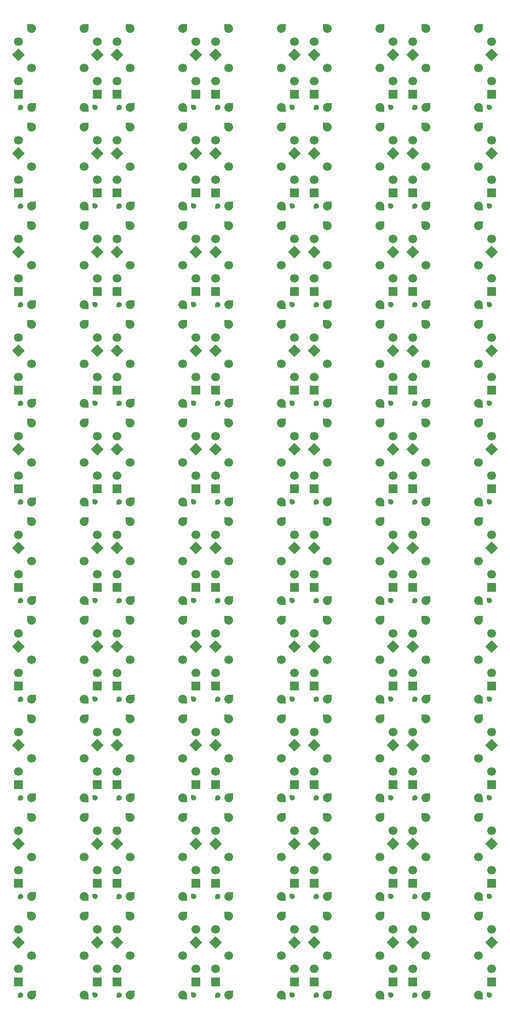
<source format=gbr>
%TF.GenerationSoftware,KiCad,Pcbnew,(7.0.0-0)*%
%TF.CreationDate,2023-06-26T09:23:28-05:00*%
%TF.ProjectId,panelized,70616e65-6c69-47a6-9564-2e6b69636164,rev?*%
%TF.SameCoordinates,Original*%
%TF.FileFunction,Soldermask,Top*%
%TF.FilePolarity,Negative*%
%FSLAX46Y46*%
G04 Gerber Fmt 4.6, Leading zero omitted, Abs format (unit mm)*
G04 Created by KiCad (PCBNEW (7.0.0-0)) date 2023-06-26 09:23:28*
%MOMM*%
%LPD*%
G01*
G04 APERTURE LIST*
G04 Aperture macros list*
%AMRotRect*
0 Rectangle, with rotation*
0 The origin of the aperture is its center*
0 $1 length*
0 $2 width*
0 $3 Rotation angle, in degrees counterclockwise*
0 Add horizontal line*
21,1,$1,$2,0,0,$3*%
%AMFreePoly0*
4,1,27,0.262664,0.808398,0.425000,0.736122,0.568761,0.631673,0.687664,0.499617,0.776514,0.345726,0.831425,0.176725,0.850000,0.000000,0.850000,-0.850000,0.000000,-0.850000,0.004656,-0.845344,-0.088849,-0.845344,-0.262664,-0.808398,-0.425000,-0.736122,-0.568761,-0.631673,-0.687664,-0.499617,-0.776514,-0.345726,-0.831425,-0.176725,-0.850000,0.000000,-0.831425,0.176725,-0.776514,0.345726,
-0.687664,0.499617,-0.568761,0.631673,-0.425000,0.736122,-0.262664,0.808398,-0.088849,0.845344,0.088849,0.845344,0.262664,0.808398,0.262664,0.808398,$1*%
%AMFreePoly1*
4,1,27,-0.004656,0.845344,0.088849,0.845344,0.262664,0.808398,0.425000,0.736122,0.568761,0.631673,0.687664,0.499617,0.776514,0.345726,0.831425,0.176725,0.850000,0.000000,0.831425,-0.176725,0.776514,-0.345726,0.687664,-0.499617,0.568761,-0.631673,0.425000,-0.736122,0.262664,-0.808398,0.088849,-0.845344,-0.088849,-0.845344,-0.262664,-0.808398,-0.425000,-0.736122,-0.568761,-0.631673,
-0.687664,-0.499617,-0.776514,-0.345726,-0.831425,-0.176725,-0.850000,0.000000,-0.850000,0.850000,0.000000,0.850000,-0.004656,0.845344,-0.004656,0.845344,$1*%
%AMFreePoly2*
4,1,21,0.500000,0.000000,0.479746,-0.140866,0.420627,-0.270320,0.327430,-0.377875,0.207708,-0.454816,0.071157,-0.494911,-0.071157,-0.494911,-0.207708,-0.454816,-0.327430,-0.377875,-0.420627,-0.270320,-0.479746,-0.140866,-0.500000,0.000000,-0.479746,0.140866,-0.420627,0.270320,-0.327430,0.377875,-0.207708,0.454816,-0.071157,0.494911,0.005089,0.494911,0.000000,0.500000,0.500000,0.500000,
0.500000,0.000000,0.500000,0.000000,$1*%
%AMFreePoly3*
4,1,21,0.207708,0.454816,0.327430,0.377875,0.420627,0.270320,0.479746,0.140866,0.500000,0.000000,0.500000,-0.500000,0.000000,-0.500000,0.005089,-0.494911,-0.071157,-0.494911,-0.207708,-0.454816,-0.327430,-0.377875,-0.420627,-0.270320,-0.479746,-0.140866,-0.500000,0.000000,-0.479746,0.140866,-0.420627,0.270320,-0.327430,0.377875,-0.207708,0.454816,-0.071157,0.494911,0.071157,0.494911,
0.207708,0.454816,0.207708,0.454816,$1*%
G04 Aperture macros list end*
%ADD10C,1.700000*%
%ADD11FreePoly0,90.000000*%
%ADD12RotRect,1.700000X1.700000X135.000000*%
%ADD13R,1.700000X1.700000*%
%ADD14FreePoly1,180.000000*%
%ADD15FreePoly0,180.000000*%
%ADD16FreePoly2,180.000000*%
%ADD17FreePoly3,180.000000*%
G04 APERTURE END LIST*
D10*
%TO.C,SW*%
X90805000Y-28575000D03*
X80645000Y-28575000D03*
%TD*%
%TO.C,SW*%
X90805000Y-85725000D03*
X80645000Y-85725000D03*
%TD*%
%TO.C,SW*%
X90805000Y-9525000D03*
X80645000Y-9525000D03*
%TD*%
%TO.C,SW*%
X14605000Y-9525000D03*
X4445000Y-9525000D03*
%TD*%
%TO.C,SW*%
X14605000Y-66675000D03*
X4445000Y-66675000D03*
%TD*%
%TO.C,SW*%
X33655000Y-47625000D03*
X23495000Y-47625000D03*
%TD*%
%TO.C,SW*%
X52705000Y-66675000D03*
X42545000Y-66675000D03*
%TD*%
%TO.C,SW*%
X71755000Y-66675000D03*
X61595000Y-66675000D03*
%TD*%
%TO.C,SW*%
X14605000Y-123825000D03*
X4445000Y-123825000D03*
%TD*%
%TO.C,SW*%
X14605000Y-104775000D03*
X4445000Y-104775000D03*
%TD*%
%TO.C,SW*%
X90805000Y-66675000D03*
X80645000Y-66675000D03*
%TD*%
%TO.C,SW*%
X90805000Y-104775000D03*
X80645000Y-104775000D03*
%TD*%
%TO.C,SW*%
X71755000Y-47625000D03*
X61595000Y-47625000D03*
%TD*%
%TO.C,SW*%
X52705000Y-47625000D03*
X42545000Y-47625000D03*
%TD*%
%TO.C,SW*%
X14605000Y-47625000D03*
X4445000Y-47625000D03*
%TD*%
%TO.C,SW*%
X52705000Y-104775000D03*
X42545000Y-104775000D03*
%TD*%
%TO.C,SW*%
X71755000Y-123825000D03*
X61595000Y-123825000D03*
%TD*%
%TO.C,SW*%
X14605000Y-85725000D03*
X4445000Y-85725000D03*
%TD*%
%TO.C,SW*%
X14605000Y-180975000D03*
X4445000Y-180975000D03*
%TD*%
%TO.C,SW*%
X52705000Y-85725000D03*
X42545000Y-85725000D03*
%TD*%
%TO.C,SW*%
X52705000Y-123825000D03*
X42545000Y-123825000D03*
%TD*%
%TO.C,SW*%
X14605000Y-142875000D03*
X4445000Y-142875000D03*
%TD*%
%TO.C,SW*%
X71755000Y-85725000D03*
X61595000Y-85725000D03*
%TD*%
%TO.C,SW*%
X71755000Y-104775000D03*
X61595000Y-104775000D03*
%TD*%
%TO.C,SW*%
X33655000Y-85725000D03*
X23495000Y-85725000D03*
%TD*%
%TO.C,SW*%
X90805000Y-142875000D03*
X80645000Y-142875000D03*
%TD*%
%TO.C,SW*%
X14605000Y-161925000D03*
X4445000Y-161925000D03*
%TD*%
%TO.C,SW*%
X52705000Y-142875000D03*
X42545000Y-142875000D03*
%TD*%
%TO.C,SW*%
X90805000Y-180975000D03*
X80645000Y-180975000D03*
%TD*%
%TO.C,SW*%
X71755000Y-142875000D03*
X61595000Y-142875000D03*
%TD*%
%TO.C,SW*%
X90805000Y-123825000D03*
X80645000Y-123825000D03*
%TD*%
%TO.C,SW*%
X33655000Y-104775000D03*
X23495000Y-104775000D03*
%TD*%
%TO.C,SW*%
X33655000Y-123825000D03*
X23495000Y-123825000D03*
%TD*%
%TO.C,SW*%
X33655000Y-142875000D03*
X23495000Y-142875000D03*
%TD*%
%TO.C,SW*%
X33655000Y-180975000D03*
X23495000Y-180975000D03*
%TD*%
%TO.C,SW*%
X52705000Y-161925000D03*
X42545000Y-161925000D03*
%TD*%
%TO.C,SW*%
X52705000Y-180975000D03*
X42545000Y-180975000D03*
%TD*%
%TO.C,SW*%
X33655000Y-161925000D03*
X23495000Y-161925000D03*
%TD*%
%TO.C,SW*%
X71755000Y-180975000D03*
X61595000Y-180975000D03*
%TD*%
%TO.C,SW*%
X71755000Y-161925000D03*
X61595000Y-161925000D03*
%TD*%
%TO.C,SW*%
X52705000Y-9525000D03*
X42545000Y-9525000D03*
%TD*%
%TO.C,SW*%
X33655000Y-28575000D03*
X23495000Y-28575000D03*
%TD*%
%TO.C,SW*%
X14605000Y-28575000D03*
X4445000Y-28575000D03*
%TD*%
%TO.C,SW*%
X33655000Y-9525000D03*
X23495000Y-9525000D03*
%TD*%
%TO.C,SW*%
X33655000Y-66675000D03*
X23495000Y-66675000D03*
%TD*%
%TO.C,SW*%
X90805000Y-161925000D03*
X80645000Y-161925000D03*
%TD*%
%TO.C,SW*%
X52705000Y-28575000D03*
X42545000Y-28575000D03*
%TD*%
%TO.C,SW*%
X90805000Y-47625000D03*
X80645000Y-47625000D03*
%TD*%
%TO.C,SW*%
X71755000Y-28575000D03*
X61595000Y-28575000D03*
%TD*%
%TO.C,SW*%
X71755000Y-9525000D03*
X61595000Y-9525000D03*
%TD*%
D11*
%TO.C,J9*%
X52705000Y-20955000D03*
%TD*%
%TO.C,J9*%
X71755000Y-20955000D03*
%TD*%
%TO.C,J9*%
X71755000Y-1905000D03*
%TD*%
%TO.C,J9*%
X14605000Y-1905000D03*
%TD*%
%TO.C,J9*%
X90805000Y-1905000D03*
%TD*%
%TO.C,J9*%
X52705000Y-1905000D03*
%TD*%
%TO.C,J9*%
X90805000Y-78105000D03*
%TD*%
%TO.C,J9*%
X33655000Y-59055000D03*
%TD*%
%TO.C,J9*%
X33655000Y-20955000D03*
%TD*%
%TO.C,J9*%
X14605000Y-59055000D03*
%TD*%
%TO.C,J9*%
X14605000Y-20955000D03*
%TD*%
%TO.C,J9*%
X90805000Y-20955000D03*
%TD*%
%TO.C,J9*%
X90805000Y-59055000D03*
%TD*%
%TO.C,J9*%
X33655000Y-1905000D03*
%TD*%
%TO.C,J9*%
X52705000Y-59055000D03*
%TD*%
%TO.C,J9*%
X90805000Y-97155000D03*
%TD*%
%TO.C,J9*%
X33655000Y-97155000D03*
%TD*%
%TO.C,J9*%
X71755000Y-135255000D03*
%TD*%
%TO.C,J9*%
X14605000Y-97155000D03*
%TD*%
%TO.C,J9*%
X33655000Y-40005000D03*
%TD*%
%TO.C,J9*%
X52705000Y-40005000D03*
%TD*%
%TO.C,J9*%
X52705000Y-116205000D03*
%TD*%
%TO.C,J9*%
X71755000Y-59055000D03*
%TD*%
%TO.C,J9*%
X52705000Y-97155000D03*
%TD*%
%TO.C,J9*%
X71755000Y-173355000D03*
%TD*%
%TO.C,J9*%
X90805000Y-154305000D03*
%TD*%
%TO.C,J9*%
X14605000Y-116205000D03*
%TD*%
%TO.C,J9*%
X14605000Y-135255000D03*
%TD*%
%TO.C,J9*%
X71755000Y-97155000D03*
%TD*%
%TO.C,J9*%
X52705000Y-78105000D03*
%TD*%
%TO.C,J9*%
X71755000Y-40005000D03*
%TD*%
%TO.C,J9*%
X90805000Y-40005000D03*
%TD*%
%TO.C,J9*%
X71755000Y-78105000D03*
%TD*%
%TO.C,J9*%
X33655000Y-78105000D03*
%TD*%
%TO.C,J9*%
X71755000Y-116205000D03*
%TD*%
%TO.C,J9*%
X14605000Y-78105000D03*
%TD*%
%TO.C,J9*%
X14605000Y-40005000D03*
%TD*%
%TO.C,J9*%
X33655000Y-154305000D03*
%TD*%
%TO.C,J9*%
X71755000Y-154305000D03*
%TD*%
%TO.C,J9*%
X33655000Y-116205000D03*
%TD*%
%TO.C,J9*%
X90805000Y-135255000D03*
%TD*%
%TO.C,J9*%
X14605000Y-173355000D03*
%TD*%
%TO.C,J9*%
X52705000Y-154305000D03*
%TD*%
%TO.C,J9*%
X14605000Y-154305000D03*
%TD*%
%TO.C,J9*%
X52705000Y-173355000D03*
%TD*%
%TO.C,J9*%
X90805000Y-116205000D03*
%TD*%
%TO.C,J9*%
X52705000Y-135255000D03*
%TD*%
%TO.C,J9*%
X33655000Y-135255000D03*
%TD*%
%TO.C,J9*%
X33655000Y-173355000D03*
%TD*%
%TO.C,J9*%
X90805000Y-173355000D03*
%TD*%
D12*
%TO.C,J6*%
X74294999Y-102234999D03*
%TD*%
%TO.C,J6*%
X74294999Y-178434999D03*
%TD*%
%TO.C,J6*%
X17144999Y-178434999D03*
%TD*%
%TO.C,J6*%
X93344999Y-140334999D03*
%TD*%
%TO.C,J6*%
X74294999Y-159384999D03*
%TD*%
%TO.C,J6*%
X55244999Y-178434999D03*
%TD*%
%TO.C,J6*%
X36194999Y-140334999D03*
%TD*%
%TO.C,J6*%
X55244999Y-140334999D03*
%TD*%
%TO.C,J6*%
X93344999Y-102234999D03*
%TD*%
%TO.C,J6*%
X17144999Y-121284999D03*
%TD*%
%TO.C,J6*%
X74294999Y-140334999D03*
%TD*%
%TO.C,J6*%
X74294999Y-83184999D03*
%TD*%
%TO.C,J6*%
X36194999Y-102234999D03*
%TD*%
%TO.C,J6*%
X17144999Y-159384999D03*
%TD*%
%TO.C,J6*%
X93344999Y-178434999D03*
%TD*%
%TO.C,J6*%
X17144999Y-102234999D03*
%TD*%
%TO.C,J6*%
X36194999Y-178434999D03*
%TD*%
%TO.C,J6*%
X17144999Y-140334999D03*
%TD*%
%TO.C,J6*%
X55244999Y-159384999D03*
%TD*%
%TO.C,J6*%
X36194999Y-121284999D03*
%TD*%
%TO.C,J6*%
X36194999Y-64134999D03*
%TD*%
%TO.C,J6*%
X93344999Y-121284999D03*
%TD*%
%TO.C,J6*%
X55244999Y-121284999D03*
%TD*%
%TO.C,J6*%
X55244999Y-6984999D03*
%TD*%
%TO.C,J6*%
X93344999Y-26034999D03*
%TD*%
%TO.C,J6*%
X74294999Y-6984999D03*
%TD*%
%TO.C,J6*%
X93344999Y-6984999D03*
%TD*%
%TO.C,J6*%
X55244999Y-102234999D03*
%TD*%
%TO.C,J6*%
X36194999Y-159384999D03*
%TD*%
%TO.C,J6*%
X17144999Y-64134999D03*
%TD*%
%TO.C,J6*%
X36194999Y-83184999D03*
%TD*%
%TO.C,J6*%
X93344999Y-83184999D03*
%TD*%
%TO.C,J6*%
X36194999Y-26034999D03*
%TD*%
%TO.C,J6*%
X74294999Y-45084999D03*
%TD*%
%TO.C,J6*%
X55244999Y-83184999D03*
%TD*%
%TO.C,J6*%
X17144999Y-83184999D03*
%TD*%
%TO.C,J6*%
X74294999Y-121284999D03*
%TD*%
%TO.C,J6*%
X93344999Y-45084999D03*
%TD*%
%TO.C,J6*%
X93344999Y-64134999D03*
%TD*%
%TO.C,J6*%
X55244999Y-64134999D03*
%TD*%
%TO.C,J6*%
X74294999Y-26034999D03*
%TD*%
%TO.C,J6*%
X36194999Y-45084999D03*
%TD*%
%TO.C,J6*%
X55244999Y-45084999D03*
%TD*%
%TO.C,J6*%
X74294999Y-64134999D03*
%TD*%
%TO.C,J6*%
X17144999Y-45084999D03*
%TD*%
%TO.C,J6*%
X36194999Y-6984999D03*
%TD*%
%TO.C,J6*%
X93344999Y-159384999D03*
%TD*%
%TO.C,J6*%
X17144999Y-26034999D03*
%TD*%
%TO.C,J6*%
X55244999Y-26034999D03*
%TD*%
%TO.C,J6*%
X17144999Y-6984999D03*
%TD*%
D13*
%TO.C,J2*%
X40004999Y-33654999D03*
%TD*%
%TO.C,J2*%
X78104999Y-14604999D03*
%TD*%
%TO.C,J2*%
X20954999Y-71754999D03*
%TD*%
%TO.C,J2*%
X1904999Y-33654999D03*
%TD*%
%TO.C,J2*%
X40004999Y-14604999D03*
%TD*%
%TO.C,J2*%
X78104999Y-33654999D03*
%TD*%
%TO.C,J2*%
X59054999Y-14604999D03*
%TD*%
%TO.C,J2*%
X1904999Y-71754999D03*
%TD*%
%TO.C,J2*%
X78104999Y-90804999D03*
%TD*%
%TO.C,J2*%
X20954999Y-33654999D03*
%TD*%
%TO.C,J2*%
X20954999Y-52704999D03*
%TD*%
%TO.C,J2*%
X59054999Y-71754999D03*
%TD*%
%TO.C,J2*%
X78104999Y-52704999D03*
%TD*%
%TO.C,J2*%
X40004999Y-52704999D03*
%TD*%
%TO.C,J2*%
X78104999Y-71754999D03*
%TD*%
%TO.C,J2*%
X40004999Y-71754999D03*
%TD*%
%TO.C,J2*%
X59054999Y-52704999D03*
%TD*%
%TO.C,J2*%
X59054999Y-33654999D03*
%TD*%
%TO.C,J2*%
X78104999Y-167004999D03*
%TD*%
%TO.C,J2*%
X1904999Y-52704999D03*
%TD*%
%TO.C,J2*%
X1904999Y-14604999D03*
%TD*%
%TO.C,J2*%
X20954999Y-14604999D03*
%TD*%
%TO.C,J2*%
X78104999Y-109854999D03*
%TD*%
%TO.C,J2*%
X59054999Y-147954999D03*
%TD*%
%TO.C,J2*%
X40004999Y-147954999D03*
%TD*%
%TO.C,J2*%
X40004999Y-90804999D03*
%TD*%
%TO.C,J2*%
X20954999Y-128904999D03*
%TD*%
%TO.C,J2*%
X59054999Y-167004999D03*
%TD*%
%TO.C,J2*%
X1904999Y-128904999D03*
%TD*%
%TO.C,J2*%
X59054999Y-109854999D03*
%TD*%
%TO.C,J2*%
X40004999Y-186054999D03*
%TD*%
%TO.C,J2*%
X78104999Y-186054999D03*
%TD*%
%TO.C,J2*%
X20954999Y-109854999D03*
%TD*%
%TO.C,J2*%
X78104999Y-128904999D03*
%TD*%
%TO.C,J2*%
X59054999Y-128904999D03*
%TD*%
%TO.C,J2*%
X1904999Y-167004999D03*
%TD*%
%TO.C,J2*%
X1904999Y-109854999D03*
%TD*%
%TO.C,J2*%
X1904999Y-147954999D03*
%TD*%
%TO.C,J2*%
X40004999Y-128904999D03*
%TD*%
%TO.C,J2*%
X1904999Y-186054999D03*
%TD*%
%TO.C,J2*%
X59054999Y-90804999D03*
%TD*%
%TO.C,J2*%
X20954999Y-90804999D03*
%TD*%
%TO.C,J2*%
X20954999Y-147954999D03*
%TD*%
%TO.C,J2*%
X40004999Y-109854999D03*
%TD*%
%TO.C,J2*%
X78104999Y-147954999D03*
%TD*%
%TO.C,J2*%
X1904999Y-90804999D03*
%TD*%
%TO.C,J2*%
X20954999Y-167004999D03*
%TD*%
%TO.C,J2*%
X59054999Y-186054999D03*
%TD*%
%TO.C,J2*%
X40004999Y-167004999D03*
%TD*%
%TO.C,J2*%
X20954999Y-186054999D03*
%TD*%
D10*
%TO.C,J8*%
X40005000Y-69215000D03*
%TD*%
%TO.C,J8*%
X59055000Y-88265000D03*
%TD*%
%TO.C,J8*%
X78105000Y-88265000D03*
%TD*%
%TO.C,J8*%
X20955000Y-126365000D03*
%TD*%
%TO.C,J8*%
X59055000Y-126365000D03*
%TD*%
%TO.C,J8*%
X20955000Y-145415000D03*
%TD*%
%TO.C,J8*%
X1905000Y-126365000D03*
%TD*%
%TO.C,J8*%
X78105000Y-50165000D03*
%TD*%
%TO.C,J8*%
X40005000Y-107315000D03*
%TD*%
%TO.C,J8*%
X20955000Y-50165000D03*
%TD*%
%TO.C,J8*%
X40005000Y-126365000D03*
%TD*%
%TO.C,J8*%
X78105000Y-145415000D03*
%TD*%
%TO.C,J8*%
X1905000Y-88265000D03*
%TD*%
%TO.C,J8*%
X1905000Y-145415000D03*
%TD*%
%TO.C,J8*%
X20955000Y-88265000D03*
%TD*%
%TO.C,J8*%
X59055000Y-107315000D03*
%TD*%
%TO.C,J8*%
X1905000Y-50165000D03*
%TD*%
%TO.C,J8*%
X1905000Y-183515000D03*
%TD*%
%TO.C,J8*%
X59055000Y-50165000D03*
%TD*%
%TO.C,J8*%
X20955000Y-12065000D03*
%TD*%
%TO.C,J8*%
X78105000Y-69215000D03*
%TD*%
%TO.C,J8*%
X40005000Y-50165000D03*
%TD*%
%TO.C,J8*%
X40005000Y-183515000D03*
%TD*%
%TO.C,J8*%
X59055000Y-69215000D03*
%TD*%
%TO.C,J8*%
X20955000Y-31115000D03*
%TD*%
%TO.C,J8*%
X1905000Y-107315000D03*
%TD*%
%TO.C,J8*%
X1905000Y-12065000D03*
%TD*%
%TO.C,J8*%
X78105000Y-107315000D03*
%TD*%
%TO.C,J8*%
X40005000Y-88265000D03*
%TD*%
%TO.C,J8*%
X20955000Y-107315000D03*
%TD*%
%TO.C,J8*%
X59055000Y-145415000D03*
%TD*%
%TO.C,J8*%
X78105000Y-126365000D03*
%TD*%
%TO.C,J8*%
X40005000Y-145415000D03*
%TD*%
%TO.C,J8*%
X1905000Y-164465000D03*
%TD*%
%TO.C,J8*%
X20955000Y-164465000D03*
%TD*%
%TO.C,J8*%
X78105000Y-183515000D03*
%TD*%
%TO.C,J8*%
X40005000Y-164465000D03*
%TD*%
%TO.C,J8*%
X59055000Y-183515000D03*
%TD*%
%TO.C,J8*%
X20955000Y-183515000D03*
%TD*%
%TO.C,J8*%
X20955000Y-69215000D03*
%TD*%
%TO.C,J8*%
X59055000Y-164465000D03*
%TD*%
%TO.C,J8*%
X78105000Y-164465000D03*
%TD*%
%TO.C,J8*%
X1905000Y-69215000D03*
%TD*%
%TO.C,J8*%
X78105000Y-31115000D03*
%TD*%
%TO.C,J8*%
X40005000Y-12065000D03*
%TD*%
%TO.C,J8*%
X40005000Y-31115000D03*
%TD*%
%TO.C,J8*%
X59055000Y-31115000D03*
%TD*%
%TO.C,J8*%
X1905000Y-31115000D03*
%TD*%
%TO.C,J8*%
X59055000Y-12065000D03*
%TD*%
%TO.C,J8*%
X78105000Y-12065000D03*
%TD*%
D14*
%TO.C,J12*%
X14605000Y-93345000D03*
%TD*%
%TO.C,J12*%
X52705000Y-36195000D03*
%TD*%
%TO.C,J12*%
X90805000Y-93345000D03*
%TD*%
%TO.C,J12*%
X90805000Y-36195000D03*
%TD*%
%TO.C,J12*%
X52705000Y-55245000D03*
%TD*%
%TO.C,J12*%
X33655000Y-17145000D03*
%TD*%
%TO.C,J12*%
X14605000Y-74295000D03*
%TD*%
%TO.C,J12*%
X52705000Y-17145000D03*
%TD*%
%TO.C,J12*%
X71755000Y-17145000D03*
%TD*%
%TO.C,J12*%
X90805000Y-55245000D03*
%TD*%
%TO.C,J12*%
X90805000Y-131445000D03*
%TD*%
%TO.C,J12*%
X71755000Y-36195000D03*
%TD*%
%TO.C,J12*%
X33655000Y-74295000D03*
%TD*%
%TO.C,J12*%
X14605000Y-55245000D03*
%TD*%
%TO.C,J12*%
X90805000Y-74295000D03*
%TD*%
%TO.C,J12*%
X14605000Y-36195000D03*
%TD*%
%TO.C,J12*%
X14605000Y-17145000D03*
%TD*%
%TO.C,J12*%
X71755000Y-55245000D03*
%TD*%
%TO.C,J12*%
X71755000Y-74295000D03*
%TD*%
%TO.C,J12*%
X52705000Y-112395000D03*
%TD*%
%TO.C,J12*%
X33655000Y-112395000D03*
%TD*%
%TO.C,J12*%
X90805000Y-17145000D03*
%TD*%
%TO.C,J12*%
X33655000Y-36195000D03*
%TD*%
%TO.C,J12*%
X71755000Y-131445000D03*
%TD*%
%TO.C,J12*%
X33655000Y-55245000D03*
%TD*%
%TO.C,J12*%
X52705000Y-93345000D03*
%TD*%
%TO.C,J12*%
X90805000Y-169545000D03*
%TD*%
%TO.C,J12*%
X14605000Y-150495000D03*
%TD*%
%TO.C,J12*%
X52705000Y-74295000D03*
%TD*%
%TO.C,J12*%
X33655000Y-93345000D03*
%TD*%
%TO.C,J12*%
X71755000Y-150495000D03*
%TD*%
%TO.C,J12*%
X52705000Y-169545000D03*
%TD*%
%TO.C,J12*%
X33655000Y-131445000D03*
%TD*%
%TO.C,J12*%
X52705000Y-188595000D03*
%TD*%
%TO.C,J12*%
X14605000Y-169545000D03*
%TD*%
%TO.C,J12*%
X90805000Y-150495000D03*
%TD*%
%TO.C,J12*%
X33655000Y-169545000D03*
%TD*%
%TO.C,J12*%
X33655000Y-188595000D03*
%TD*%
%TO.C,J12*%
X90805000Y-112395000D03*
%TD*%
%TO.C,J12*%
X52705000Y-131445000D03*
%TD*%
%TO.C,J12*%
X14605000Y-131445000D03*
%TD*%
%TO.C,J12*%
X52705000Y-150495000D03*
%TD*%
%TO.C,J12*%
X33655000Y-150495000D03*
%TD*%
%TO.C,J12*%
X71755000Y-112395000D03*
%TD*%
%TO.C,J12*%
X90805000Y-188595000D03*
%TD*%
%TO.C,J12*%
X71755000Y-169545000D03*
%TD*%
%TO.C,J12*%
X71755000Y-188595000D03*
%TD*%
%TO.C,J12*%
X71755000Y-93345000D03*
%TD*%
%TO.C,J12*%
X14605000Y-188595000D03*
%TD*%
%TO.C,J12*%
X14605000Y-112395000D03*
%TD*%
D10*
%TO.C,J3*%
X78105000Y-156845000D03*
%TD*%
%TO.C,J3*%
X40005000Y-23495000D03*
%TD*%
%TO.C,J3*%
X78105000Y-4445000D03*
%TD*%
%TO.C,J3*%
X59055000Y-80645000D03*
%TD*%
%TO.C,J3*%
X1905000Y-61595000D03*
%TD*%
%TO.C,J3*%
X40005000Y-4445000D03*
%TD*%
%TO.C,J3*%
X1905000Y-23495000D03*
%TD*%
%TO.C,J3*%
X20955000Y-61595000D03*
%TD*%
%TO.C,J3*%
X78105000Y-23495000D03*
%TD*%
%TO.C,J3*%
X59055000Y-4445000D03*
%TD*%
%TO.C,J3*%
X1905000Y-4445000D03*
%TD*%
%TO.C,J3*%
X59055000Y-99695000D03*
%TD*%
%TO.C,J3*%
X40005000Y-42545000D03*
%TD*%
%TO.C,J3*%
X78105000Y-61595000D03*
%TD*%
%TO.C,J3*%
X59055000Y-61595000D03*
%TD*%
%TO.C,J3*%
X20955000Y-99695000D03*
%TD*%
%TO.C,J3*%
X20955000Y-4445000D03*
%TD*%
%TO.C,J3*%
X59055000Y-118745000D03*
%TD*%
%TO.C,J3*%
X40005000Y-80645000D03*
%TD*%
%TO.C,J3*%
X59055000Y-23495000D03*
%TD*%
%TO.C,J3*%
X20955000Y-42545000D03*
%TD*%
%TO.C,J3*%
X40005000Y-99695000D03*
%TD*%
%TO.C,J3*%
X59055000Y-137795000D03*
%TD*%
%TO.C,J3*%
X78105000Y-99695000D03*
%TD*%
%TO.C,J3*%
X78105000Y-80645000D03*
%TD*%
%TO.C,J3*%
X20955000Y-80645000D03*
%TD*%
%TO.C,J3*%
X40005000Y-61595000D03*
%TD*%
%TO.C,J3*%
X59055000Y-42545000D03*
%TD*%
%TO.C,J3*%
X1905000Y-42545000D03*
%TD*%
%TO.C,J3*%
X1905000Y-80645000D03*
%TD*%
%TO.C,J3*%
X20955000Y-23495000D03*
%TD*%
%TO.C,J3*%
X20955000Y-118745000D03*
%TD*%
%TO.C,J3*%
X78105000Y-42545000D03*
%TD*%
%TO.C,J3*%
X40005000Y-118745000D03*
%TD*%
%TO.C,J3*%
X1905000Y-137795000D03*
%TD*%
%TO.C,J3*%
X20955000Y-137795000D03*
%TD*%
%TO.C,J3*%
X78105000Y-118745000D03*
%TD*%
%TO.C,J3*%
X1905000Y-118745000D03*
%TD*%
%TO.C,J3*%
X1905000Y-175895000D03*
%TD*%
%TO.C,J3*%
X20955000Y-156845000D03*
%TD*%
%TO.C,J3*%
X40005000Y-175895000D03*
%TD*%
%TO.C,J3*%
X59055000Y-175895000D03*
%TD*%
%TO.C,J3*%
X20955000Y-175895000D03*
%TD*%
%TO.C,J3*%
X78105000Y-137795000D03*
%TD*%
%TO.C,J3*%
X1905000Y-99695000D03*
%TD*%
%TO.C,J3*%
X40005000Y-156845000D03*
%TD*%
%TO.C,J3*%
X78105000Y-175895000D03*
%TD*%
%TO.C,J3*%
X59055000Y-156845000D03*
%TD*%
%TO.C,J3*%
X1905000Y-156845000D03*
%TD*%
%TO.C,J3*%
X40005000Y-137795000D03*
%TD*%
D12*
%TO.C,J5*%
X20954999Y-6984999D03*
%TD*%
%TO.C,J5*%
X78104999Y-83184999D03*
%TD*%
%TO.C,J5*%
X1904999Y-26034999D03*
%TD*%
%TO.C,J5*%
X78104999Y-159384999D03*
%TD*%
%TO.C,J5*%
X59054999Y-64134999D03*
%TD*%
%TO.C,J5*%
X59054999Y-26034999D03*
%TD*%
%TO.C,J5*%
X40004999Y-26034999D03*
%TD*%
%TO.C,J5*%
X1904999Y-64134999D03*
%TD*%
%TO.C,J5*%
X1904999Y-45084999D03*
%TD*%
%TO.C,J5*%
X59054999Y-6984999D03*
%TD*%
%TO.C,J5*%
X78104999Y-26034999D03*
%TD*%
%TO.C,J5*%
X20954999Y-45084999D03*
%TD*%
%TO.C,J5*%
X78104999Y-6984999D03*
%TD*%
%TO.C,J5*%
X20954999Y-64134999D03*
%TD*%
%TO.C,J5*%
X1904999Y-6984999D03*
%TD*%
%TO.C,J5*%
X40004999Y-6984999D03*
%TD*%
%TO.C,J5*%
X20954999Y-26034999D03*
%TD*%
%TO.C,J5*%
X59054999Y-45084999D03*
%TD*%
%TO.C,J5*%
X40004999Y-45084999D03*
%TD*%
%TO.C,J5*%
X20954999Y-102234999D03*
%TD*%
%TO.C,J5*%
X1904999Y-121284999D03*
%TD*%
%TO.C,J5*%
X40004999Y-159384999D03*
%TD*%
%TO.C,J5*%
X78104999Y-121284999D03*
%TD*%
%TO.C,J5*%
X78104999Y-140334999D03*
%TD*%
%TO.C,J5*%
X20954999Y-140334999D03*
%TD*%
%TO.C,J5*%
X59054999Y-159384999D03*
%TD*%
%TO.C,J5*%
X40004999Y-140334999D03*
%TD*%
%TO.C,J5*%
X20954999Y-83184999D03*
%TD*%
%TO.C,J5*%
X20954999Y-178434999D03*
%TD*%
%TO.C,J5*%
X78104999Y-64134999D03*
%TD*%
%TO.C,J5*%
X78104999Y-102234999D03*
%TD*%
%TO.C,J5*%
X59054999Y-102234999D03*
%TD*%
%TO.C,J5*%
X78104999Y-45084999D03*
%TD*%
%TO.C,J5*%
X40004999Y-64134999D03*
%TD*%
%TO.C,J5*%
X59054999Y-83184999D03*
%TD*%
%TO.C,J5*%
X59054999Y-140334999D03*
%TD*%
%TO.C,J5*%
X59054999Y-121284999D03*
%TD*%
%TO.C,J5*%
X40004999Y-102234999D03*
%TD*%
%TO.C,J5*%
X1904999Y-83184999D03*
%TD*%
%TO.C,J5*%
X1904999Y-102234999D03*
%TD*%
%TO.C,J5*%
X40004999Y-83184999D03*
%TD*%
%TO.C,J5*%
X1904999Y-140334999D03*
%TD*%
%TO.C,J5*%
X20954999Y-121284999D03*
%TD*%
%TO.C,J5*%
X40004999Y-178434999D03*
%TD*%
%TO.C,J5*%
X1904999Y-178434999D03*
%TD*%
%TO.C,J5*%
X20954999Y-159384999D03*
%TD*%
%TO.C,J5*%
X78104999Y-178434999D03*
%TD*%
%TO.C,J5*%
X1904999Y-159384999D03*
%TD*%
%TO.C,J5*%
X59054999Y-178434999D03*
%TD*%
%TO.C,J5*%
X40004999Y-121284999D03*
%TD*%
D13*
%TO.C,J1*%
X55244999Y-14604999D03*
%TD*%
%TO.C,J1*%
X74294999Y-71754999D03*
%TD*%
%TO.C,J1*%
X93344999Y-167004999D03*
%TD*%
%TO.C,J1*%
X55244999Y-52704999D03*
%TD*%
%TO.C,J1*%
X55244999Y-33654999D03*
%TD*%
%TO.C,J1*%
X17144999Y-14604999D03*
%TD*%
%TO.C,J1*%
X36194999Y-33654999D03*
%TD*%
%TO.C,J1*%
X93344999Y-14604999D03*
%TD*%
%TO.C,J1*%
X36194999Y-14604999D03*
%TD*%
%TO.C,J1*%
X17144999Y-33654999D03*
%TD*%
%TO.C,J1*%
X55244999Y-90804999D03*
%TD*%
%TO.C,J1*%
X36194999Y-52704999D03*
%TD*%
%TO.C,J1*%
X74294999Y-14604999D03*
%TD*%
%TO.C,J1*%
X17144999Y-52704999D03*
%TD*%
%TO.C,J1*%
X93344999Y-52704999D03*
%TD*%
%TO.C,J1*%
X17144999Y-71754999D03*
%TD*%
%TO.C,J1*%
X74294999Y-33654999D03*
%TD*%
%TO.C,J1*%
X93344999Y-90804999D03*
%TD*%
%TO.C,J1*%
X93344999Y-71754999D03*
%TD*%
%TO.C,J1*%
X55244999Y-71754999D03*
%TD*%
%TO.C,J1*%
X55244999Y-109854999D03*
%TD*%
%TO.C,J1*%
X36194999Y-71754999D03*
%TD*%
%TO.C,J1*%
X17144999Y-90804999D03*
%TD*%
%TO.C,J1*%
X74294999Y-109854999D03*
%TD*%
%TO.C,J1*%
X93344999Y-33654999D03*
%TD*%
%TO.C,J1*%
X93344999Y-109854999D03*
%TD*%
%TO.C,J1*%
X74294999Y-52704999D03*
%TD*%
%TO.C,J1*%
X74294999Y-128904999D03*
%TD*%
%TO.C,J1*%
X36194999Y-109854999D03*
%TD*%
%TO.C,J1*%
X74294999Y-90804999D03*
%TD*%
%TO.C,J1*%
X55244999Y-147954999D03*
%TD*%
%TO.C,J1*%
X36194999Y-186054999D03*
%TD*%
%TO.C,J1*%
X36194999Y-90804999D03*
%TD*%
%TO.C,J1*%
X93344999Y-128904999D03*
%TD*%
%TO.C,J1*%
X93344999Y-147954999D03*
%TD*%
%TO.C,J1*%
X17144999Y-186054999D03*
%TD*%
%TO.C,J1*%
X36194999Y-128904999D03*
%TD*%
%TO.C,J1*%
X36194999Y-147954999D03*
%TD*%
%TO.C,J1*%
X17144999Y-128904999D03*
%TD*%
%TO.C,J1*%
X55244999Y-167004999D03*
%TD*%
%TO.C,J1*%
X17144999Y-147954999D03*
%TD*%
%TO.C,J1*%
X74294999Y-167004999D03*
%TD*%
%TO.C,J1*%
X17144999Y-109854999D03*
%TD*%
%TO.C,J1*%
X17144999Y-167004999D03*
%TD*%
%TO.C,J1*%
X55244999Y-128904999D03*
%TD*%
%TO.C,J1*%
X74294999Y-147954999D03*
%TD*%
%TO.C,J1*%
X36194999Y-167004999D03*
%TD*%
%TO.C,J1*%
X55244999Y-186054999D03*
%TD*%
%TO.C,J1*%
X74294999Y-186054999D03*
%TD*%
%TO.C,J1*%
X93344999Y-186054999D03*
%TD*%
D15*
%TO.C,J10*%
X61595000Y-1905000D03*
%TD*%
%TO.C,J10*%
X61595000Y-40005000D03*
%TD*%
%TO.C,J10*%
X42545000Y-20955000D03*
%TD*%
%TO.C,J10*%
X23495000Y-20955000D03*
%TD*%
%TO.C,J10*%
X42545000Y-40005000D03*
%TD*%
%TO.C,J10*%
X4445000Y-59055000D03*
%TD*%
%TO.C,J10*%
X80645000Y-20955000D03*
%TD*%
%TO.C,J10*%
X80645000Y-78105000D03*
%TD*%
%TO.C,J10*%
X80645000Y-97155000D03*
%TD*%
%TO.C,J10*%
X23495000Y-40005000D03*
%TD*%
%TO.C,J10*%
X4445000Y-1905000D03*
%TD*%
%TO.C,J10*%
X61595000Y-116205000D03*
%TD*%
%TO.C,J10*%
X80645000Y-40005000D03*
%TD*%
%TO.C,J10*%
X80645000Y-154305000D03*
%TD*%
%TO.C,J10*%
X42545000Y-59055000D03*
%TD*%
%TO.C,J10*%
X80645000Y-59055000D03*
%TD*%
%TO.C,J10*%
X4445000Y-40005000D03*
%TD*%
%TO.C,J10*%
X42545000Y-78105000D03*
%TD*%
%TO.C,J10*%
X42545000Y-1905000D03*
%TD*%
%TO.C,J10*%
X80645000Y-1905000D03*
%TD*%
%TO.C,J10*%
X61595000Y-59055000D03*
%TD*%
%TO.C,J10*%
X61595000Y-20955000D03*
%TD*%
%TO.C,J10*%
X4445000Y-78105000D03*
%TD*%
%TO.C,J10*%
X23495000Y-1905000D03*
%TD*%
%TO.C,J10*%
X61595000Y-97155000D03*
%TD*%
%TO.C,J10*%
X23495000Y-59055000D03*
%TD*%
%TO.C,J10*%
X4445000Y-20955000D03*
%TD*%
%TO.C,J10*%
X23495000Y-78105000D03*
%TD*%
%TO.C,J10*%
X80645000Y-173355000D03*
%TD*%
%TO.C,J10*%
X4445000Y-135255000D03*
%TD*%
%TO.C,J10*%
X23495000Y-116205000D03*
%TD*%
%TO.C,J10*%
X61595000Y-78105000D03*
%TD*%
%TO.C,J10*%
X4445000Y-97155000D03*
%TD*%
%TO.C,J10*%
X80645000Y-135255000D03*
%TD*%
%TO.C,J10*%
X61595000Y-135255000D03*
%TD*%
%TO.C,J10*%
X4445000Y-173355000D03*
%TD*%
%TO.C,J10*%
X23495000Y-154305000D03*
%TD*%
%TO.C,J10*%
X61595000Y-154305000D03*
%TD*%
%TO.C,J10*%
X42545000Y-135255000D03*
%TD*%
%TO.C,J10*%
X42545000Y-173355000D03*
%TD*%
%TO.C,J10*%
X4445000Y-116205000D03*
%TD*%
%TO.C,J10*%
X80645000Y-116205000D03*
%TD*%
%TO.C,J10*%
X42545000Y-97155000D03*
%TD*%
%TO.C,J10*%
X23495000Y-97155000D03*
%TD*%
%TO.C,J10*%
X23495000Y-135255000D03*
%TD*%
%TO.C,J10*%
X4445000Y-154305000D03*
%TD*%
%TO.C,J10*%
X61595000Y-173355000D03*
%TD*%
%TO.C,J10*%
X42545000Y-154305000D03*
%TD*%
%TO.C,J10*%
X42545000Y-116205000D03*
%TD*%
%TO.C,J10*%
X23495000Y-173355000D03*
%TD*%
D10*
%TO.C,J7*%
X36195000Y-31115000D03*
%TD*%
%TO.C,J7*%
X93345000Y-31115000D03*
%TD*%
%TO.C,J7*%
X17145000Y-12065000D03*
%TD*%
%TO.C,J7*%
X55245000Y-31115000D03*
%TD*%
%TO.C,J7*%
X55245000Y-12065000D03*
%TD*%
%TO.C,J7*%
X17145000Y-31115000D03*
%TD*%
%TO.C,J7*%
X74295000Y-31115000D03*
%TD*%
%TO.C,J7*%
X74295000Y-12065000D03*
%TD*%
%TO.C,J7*%
X74295000Y-88265000D03*
%TD*%
%TO.C,J7*%
X93345000Y-164465000D03*
%TD*%
%TO.C,J7*%
X74295000Y-126365000D03*
%TD*%
%TO.C,J7*%
X55245000Y-50165000D03*
%TD*%
%TO.C,J7*%
X74295000Y-69215000D03*
%TD*%
%TO.C,J7*%
X93345000Y-12065000D03*
%TD*%
%TO.C,J7*%
X36195000Y-126365000D03*
%TD*%
%TO.C,J7*%
X17145000Y-107315000D03*
%TD*%
%TO.C,J7*%
X93345000Y-126365000D03*
%TD*%
%TO.C,J7*%
X93345000Y-50165000D03*
%TD*%
%TO.C,J7*%
X36195000Y-164465000D03*
%TD*%
%TO.C,J7*%
X36195000Y-50165000D03*
%TD*%
%TO.C,J7*%
X55245000Y-107315000D03*
%TD*%
%TO.C,J7*%
X74295000Y-107315000D03*
%TD*%
%TO.C,J7*%
X93345000Y-69215000D03*
%TD*%
%TO.C,J7*%
X74295000Y-50165000D03*
%TD*%
%TO.C,J7*%
X93345000Y-88265000D03*
%TD*%
%TO.C,J7*%
X74295000Y-145415000D03*
%TD*%
%TO.C,J7*%
X55245000Y-126365000D03*
%TD*%
%TO.C,J7*%
X93345000Y-145415000D03*
%TD*%
%TO.C,J7*%
X55245000Y-69215000D03*
%TD*%
%TO.C,J7*%
X36195000Y-12065000D03*
%TD*%
%TO.C,J7*%
X17145000Y-50165000D03*
%TD*%
%TO.C,J7*%
X36195000Y-69215000D03*
%TD*%
%TO.C,J7*%
X17145000Y-69215000D03*
%TD*%
%TO.C,J7*%
X36195000Y-88265000D03*
%TD*%
%TO.C,J7*%
X17145000Y-88265000D03*
%TD*%
%TO.C,J7*%
X93345000Y-107315000D03*
%TD*%
%TO.C,J7*%
X55245000Y-88265000D03*
%TD*%
%TO.C,J7*%
X36195000Y-107315000D03*
%TD*%
%TO.C,J7*%
X17145000Y-126365000D03*
%TD*%
%TO.C,J7*%
X17145000Y-164465000D03*
%TD*%
%TO.C,J7*%
X55245000Y-164465000D03*
%TD*%
%TO.C,J7*%
X36195000Y-183515000D03*
%TD*%
%TO.C,J7*%
X17145000Y-183515000D03*
%TD*%
%TO.C,J7*%
X55245000Y-145415000D03*
%TD*%
%TO.C,J7*%
X17145000Y-145415000D03*
%TD*%
%TO.C,J7*%
X55245000Y-183515000D03*
%TD*%
%TO.C,J7*%
X93345000Y-183515000D03*
%TD*%
%TO.C,J7*%
X74295000Y-183515000D03*
%TD*%
%TO.C,J7*%
X36195000Y-145415000D03*
%TD*%
%TO.C,J7*%
X74295000Y-164465000D03*
%TD*%
D11*
%TO.C,J14*%
X80645000Y-36195000D03*
%TD*%
%TO.C,J14*%
X61595000Y-131445000D03*
%TD*%
%TO.C,J14*%
X61595000Y-55245000D03*
%TD*%
%TO.C,J14*%
X42545000Y-55245000D03*
%TD*%
%TO.C,J14*%
X4445000Y-17145000D03*
%TD*%
%TO.C,J14*%
X42545000Y-74295000D03*
%TD*%
%TO.C,J14*%
X61595000Y-74295000D03*
%TD*%
%TO.C,J14*%
X42545000Y-131445000D03*
%TD*%
%TO.C,J14*%
X61595000Y-112395000D03*
%TD*%
%TO.C,J14*%
X80645000Y-55245000D03*
%TD*%
%TO.C,J14*%
X80645000Y-150495000D03*
%TD*%
%TO.C,J14*%
X42545000Y-169545000D03*
%TD*%
%TO.C,J14*%
X4445000Y-188595000D03*
%TD*%
%TO.C,J14*%
X4445000Y-36195000D03*
%TD*%
%TO.C,J14*%
X23495000Y-17145000D03*
%TD*%
%TO.C,J14*%
X23495000Y-74295000D03*
%TD*%
%TO.C,J14*%
X42545000Y-36195000D03*
%TD*%
%TO.C,J14*%
X42545000Y-93345000D03*
%TD*%
%TO.C,J14*%
X61595000Y-93345000D03*
%TD*%
%TO.C,J14*%
X42545000Y-112395000D03*
%TD*%
%TO.C,J14*%
X80645000Y-93345000D03*
%TD*%
%TO.C,J14*%
X23495000Y-55245000D03*
%TD*%
%TO.C,J14*%
X61595000Y-169545000D03*
%TD*%
%TO.C,J14*%
X61595000Y-150495000D03*
%TD*%
%TO.C,J14*%
X80645000Y-112395000D03*
%TD*%
%TO.C,J14*%
X23495000Y-131445000D03*
%TD*%
%TO.C,J14*%
X23495000Y-93345000D03*
%TD*%
%TO.C,J14*%
X4445000Y-131445000D03*
%TD*%
%TO.C,J14*%
X23495000Y-169545000D03*
%TD*%
%TO.C,J14*%
X80645000Y-131445000D03*
%TD*%
%TO.C,J14*%
X42545000Y-188595000D03*
%TD*%
%TO.C,J14*%
X4445000Y-112395000D03*
%TD*%
%TO.C,J14*%
X23495000Y-188595000D03*
%TD*%
%TO.C,J14*%
X80645000Y-188595000D03*
%TD*%
%TO.C,J14*%
X4445000Y-150495000D03*
%TD*%
%TO.C,J14*%
X42545000Y-150495000D03*
%TD*%
%TO.C,J14*%
X4445000Y-169545000D03*
%TD*%
%TO.C,J14*%
X23495000Y-150495000D03*
%TD*%
%TO.C,J14*%
X23495000Y-112395000D03*
%TD*%
%TO.C,J14*%
X61595000Y-188595000D03*
%TD*%
%TO.C,J14*%
X80645000Y-74295000D03*
%TD*%
%TO.C,J14*%
X4445000Y-55245000D03*
%TD*%
%TO.C,J14*%
X80645000Y-169545000D03*
%TD*%
%TO.C,J14*%
X80645000Y-17145000D03*
%TD*%
%TO.C,J14*%
X4445000Y-74295000D03*
%TD*%
%TO.C,J14*%
X42545000Y-17145000D03*
%TD*%
%TO.C,J14*%
X23495000Y-36195000D03*
%TD*%
%TO.C,J14*%
X4445000Y-93345000D03*
%TD*%
%TO.C,J14*%
X61595000Y-36195000D03*
%TD*%
%TO.C,J14*%
X61595000Y-17145000D03*
%TD*%
D16*
%TO.C,J11*%
X78545000Y-169525000D03*
%TD*%
%TO.C,J11*%
X78545000Y-74275000D03*
%TD*%
%TO.C,J11*%
X59495000Y-17125000D03*
%TD*%
%TO.C,J11*%
X59495000Y-36175000D03*
%TD*%
%TO.C,J11*%
X2345000Y-93325000D03*
%TD*%
%TO.C,J11*%
X40445000Y-17125000D03*
%TD*%
%TO.C,J11*%
X78545000Y-93325000D03*
%TD*%
%TO.C,J11*%
X21395000Y-74275000D03*
%TD*%
%TO.C,J11*%
X2345000Y-36175000D03*
%TD*%
%TO.C,J11*%
X40445000Y-55225000D03*
%TD*%
%TO.C,J11*%
X21395000Y-55225000D03*
%TD*%
%TO.C,J11*%
X21395000Y-17125000D03*
%TD*%
%TO.C,J11*%
X21395000Y-36175000D03*
%TD*%
%TO.C,J11*%
X40445000Y-74275000D03*
%TD*%
%TO.C,J11*%
X2345000Y-17125000D03*
%TD*%
%TO.C,J11*%
X2345000Y-55225000D03*
%TD*%
%TO.C,J11*%
X2345000Y-74275000D03*
%TD*%
%TO.C,J11*%
X78545000Y-36175000D03*
%TD*%
%TO.C,J11*%
X59495000Y-55225000D03*
%TD*%
%TO.C,J11*%
X59495000Y-74275000D03*
%TD*%
%TO.C,J11*%
X78545000Y-55225000D03*
%TD*%
%TO.C,J11*%
X59495000Y-131425000D03*
%TD*%
%TO.C,J11*%
X40445000Y-36175000D03*
%TD*%
%TO.C,J11*%
X78545000Y-17125000D03*
%TD*%
%TO.C,J11*%
X2345000Y-188575000D03*
%TD*%
%TO.C,J11*%
X59495000Y-150475000D03*
%TD*%
%TO.C,J11*%
X40445000Y-112375000D03*
%TD*%
%TO.C,J11*%
X40445000Y-188575000D03*
%TD*%
%TO.C,J11*%
X40445000Y-93325000D03*
%TD*%
%TO.C,J11*%
X40445000Y-131425000D03*
%TD*%
%TO.C,J11*%
X21395000Y-131425000D03*
%TD*%
%TO.C,J11*%
X21395000Y-112375000D03*
%TD*%
%TO.C,J11*%
X2345000Y-131425000D03*
%TD*%
%TO.C,J11*%
X2345000Y-150475000D03*
%TD*%
%TO.C,J11*%
X59495000Y-188575000D03*
%TD*%
%TO.C,J11*%
X78545000Y-112375000D03*
%TD*%
%TO.C,J11*%
X21395000Y-150475000D03*
%TD*%
%TO.C,J11*%
X21395000Y-188575000D03*
%TD*%
%TO.C,J11*%
X2345000Y-169525000D03*
%TD*%
%TO.C,J11*%
X59495000Y-93325000D03*
%TD*%
%TO.C,J11*%
X78545000Y-150475000D03*
%TD*%
%TO.C,J11*%
X40445000Y-150475000D03*
%TD*%
%TO.C,J11*%
X21395000Y-169525000D03*
%TD*%
%TO.C,J11*%
X59495000Y-169525000D03*
%TD*%
%TO.C,J11*%
X21395000Y-93325000D03*
%TD*%
%TO.C,J11*%
X40445000Y-169525000D03*
%TD*%
%TO.C,J11*%
X2345000Y-112375000D03*
%TD*%
%TO.C,J11*%
X59495000Y-112375000D03*
%TD*%
%TO.C,J11*%
X78545000Y-131425000D03*
%TD*%
%TO.C,J11*%
X78545000Y-188575000D03*
%TD*%
D17*
%TO.C,J13*%
X35755000Y-74275000D03*
%TD*%
%TO.C,J13*%
X92905000Y-169525000D03*
%TD*%
%TO.C,J13*%
X92905000Y-74275000D03*
%TD*%
%TO.C,J13*%
X16705000Y-17125000D03*
%TD*%
%TO.C,J13*%
X54805000Y-74275000D03*
%TD*%
%TO.C,J13*%
X92905000Y-93325000D03*
%TD*%
%TO.C,J13*%
X92905000Y-55225000D03*
%TD*%
%TO.C,J13*%
X73855000Y-36175000D03*
%TD*%
%TO.C,J13*%
X16705000Y-36175000D03*
%TD*%
%TO.C,J13*%
X16705000Y-74275000D03*
%TD*%
%TO.C,J13*%
X16705000Y-131425000D03*
%TD*%
%TO.C,J13*%
X54805000Y-17125000D03*
%TD*%
%TO.C,J13*%
X73855000Y-131425000D03*
%TD*%
%TO.C,J13*%
X35755000Y-55225000D03*
%TD*%
%TO.C,J13*%
X73855000Y-17125000D03*
%TD*%
%TO.C,J13*%
X73855000Y-55225000D03*
%TD*%
%TO.C,J13*%
X16705000Y-93325000D03*
%TD*%
%TO.C,J13*%
X35755000Y-17125000D03*
%TD*%
%TO.C,J13*%
X92905000Y-36175000D03*
%TD*%
%TO.C,J13*%
X92905000Y-150475000D03*
%TD*%
%TO.C,J13*%
X16705000Y-55225000D03*
%TD*%
%TO.C,J13*%
X73855000Y-74275000D03*
%TD*%
%TO.C,J13*%
X54805000Y-36175000D03*
%TD*%
%TO.C,J13*%
X54805000Y-131425000D03*
%TD*%
%TO.C,J13*%
X73855000Y-112375000D03*
%TD*%
%TO.C,J13*%
X92905000Y-17125000D03*
%TD*%
%TO.C,J13*%
X16705000Y-150475000D03*
%TD*%
%TO.C,J13*%
X35755000Y-36175000D03*
%TD*%
%TO.C,J13*%
X54805000Y-112375000D03*
%TD*%
%TO.C,J13*%
X73855000Y-188575000D03*
%TD*%
%TO.C,J13*%
X73855000Y-150475000D03*
%TD*%
%TO.C,J13*%
X35755000Y-93325000D03*
%TD*%
%TO.C,J13*%
X54805000Y-55225000D03*
%TD*%
%TO.C,J13*%
X35755000Y-112375000D03*
%TD*%
%TO.C,J13*%
X54805000Y-93325000D03*
%TD*%
%TO.C,J13*%
X92905000Y-131425000D03*
%TD*%
%TO.C,J13*%
X16705000Y-112375000D03*
%TD*%
%TO.C,J13*%
X35755000Y-131425000D03*
%TD*%
%TO.C,J13*%
X73855000Y-93325000D03*
%TD*%
%TO.C,J13*%
X35755000Y-150475000D03*
%TD*%
%TO.C,J13*%
X16705000Y-169525000D03*
%TD*%
%TO.C,J13*%
X92905000Y-112375000D03*
%TD*%
%TO.C,J13*%
X54805000Y-188575000D03*
%TD*%
%TO.C,J13*%
X73855000Y-169525000D03*
%TD*%
%TO.C,J13*%
X54805000Y-150475000D03*
%TD*%
%TO.C,J13*%
X54805000Y-169525000D03*
%TD*%
%TO.C,J13*%
X92905000Y-188575000D03*
%TD*%
%TO.C,J13*%
X35755000Y-188575000D03*
%TD*%
%TO.C,J13*%
X16705000Y-188575000D03*
%TD*%
%TO.C,J13*%
X35755000Y-169525000D03*
%TD*%
D10*
%TO.C,J4*%
X74295000Y-118745000D03*
%TD*%
%TO.C,J4*%
X17145000Y-4445000D03*
%TD*%
%TO.C,J4*%
X74295000Y-4445000D03*
%TD*%
%TO.C,J4*%
X36195000Y-61595000D03*
%TD*%
%TO.C,J4*%
X55245000Y-42545000D03*
%TD*%
%TO.C,J4*%
X74295000Y-23495000D03*
%TD*%
%TO.C,J4*%
X93345000Y-156845000D03*
%TD*%
%TO.C,J4*%
X36195000Y-4445000D03*
%TD*%
%TO.C,J4*%
X93345000Y-23495000D03*
%TD*%
%TO.C,J4*%
X36195000Y-23495000D03*
%TD*%
%TO.C,J4*%
X55245000Y-23495000D03*
%TD*%
%TO.C,J4*%
X55245000Y-61595000D03*
%TD*%
%TO.C,J4*%
X55245000Y-4445000D03*
%TD*%
%TO.C,J4*%
X17145000Y-61595000D03*
%TD*%
%TO.C,J4*%
X17145000Y-23495000D03*
%TD*%
%TO.C,J4*%
X93345000Y-4445000D03*
%TD*%
%TO.C,J4*%
X74295000Y-42545000D03*
%TD*%
%TO.C,J4*%
X74295000Y-99695000D03*
%TD*%
%TO.C,J4*%
X36195000Y-42545000D03*
%TD*%
%TO.C,J4*%
X93345000Y-118745000D03*
%TD*%
%TO.C,J4*%
X55245000Y-137795000D03*
%TD*%
%TO.C,J4*%
X74295000Y-61595000D03*
%TD*%
%TO.C,J4*%
X55245000Y-80645000D03*
%TD*%
%TO.C,J4*%
X36195000Y-99695000D03*
%TD*%
%TO.C,J4*%
X55245000Y-156845000D03*
%TD*%
%TO.C,J4*%
X74295000Y-156845000D03*
%TD*%
%TO.C,J4*%
X17145000Y-118745000D03*
%TD*%
%TO.C,J4*%
X93345000Y-80645000D03*
%TD*%
%TO.C,J4*%
X55245000Y-99695000D03*
%TD*%
%TO.C,J4*%
X17145000Y-42545000D03*
%TD*%
%TO.C,J4*%
X17145000Y-137795000D03*
%TD*%
%TO.C,J4*%
X74295000Y-137795000D03*
%TD*%
%TO.C,J4*%
X93345000Y-61595000D03*
%TD*%
%TO.C,J4*%
X93345000Y-99695000D03*
%TD*%
%TO.C,J4*%
X36195000Y-118745000D03*
%TD*%
%TO.C,J4*%
X36195000Y-175895000D03*
%TD*%
%TO.C,J4*%
X93345000Y-42545000D03*
%TD*%
%TO.C,J4*%
X36195000Y-80645000D03*
%TD*%
%TO.C,J4*%
X17145000Y-80645000D03*
%TD*%
%TO.C,J4*%
X17145000Y-99695000D03*
%TD*%
%TO.C,J4*%
X74295000Y-80645000D03*
%TD*%
%TO.C,J4*%
X55245000Y-118745000D03*
%TD*%
%TO.C,J4*%
X93345000Y-137795000D03*
%TD*%
%TO.C,J4*%
X55245000Y-175895000D03*
%TD*%
%TO.C,J4*%
X17145000Y-175895000D03*
%TD*%
%TO.C,J4*%
X17145000Y-156845000D03*
%TD*%
%TO.C,J4*%
X36195000Y-156845000D03*
%TD*%
%TO.C,J4*%
X74295000Y-175895000D03*
%TD*%
%TO.C,J4*%
X36195000Y-137795000D03*
%TD*%
%TO.C,J4*%
X93345000Y-175895000D03*
%TD*%
M02*

</source>
